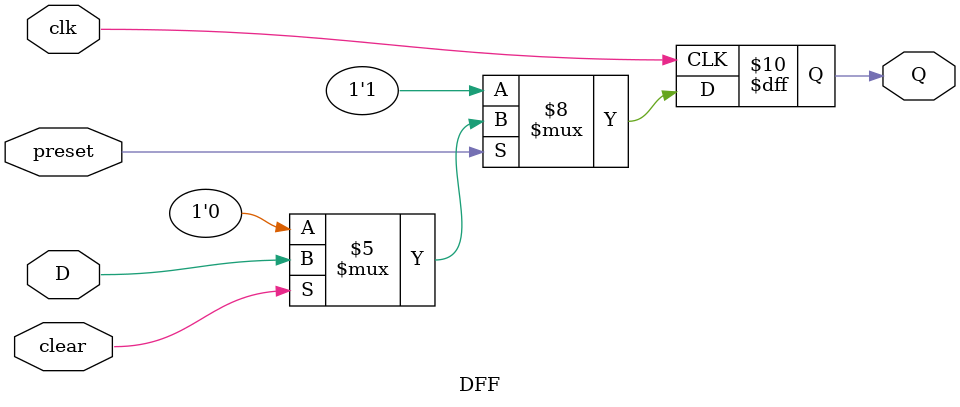
<source format=v>
module DFF (output reg Q, input D, clk, preset, clear); 
always @ (posedge clk) 
if (preset  == 0) Q <= 1'b1; 
else if (clear == 0) Q <= 1'b0; 
else Q <= D; 
endmodule
</source>
